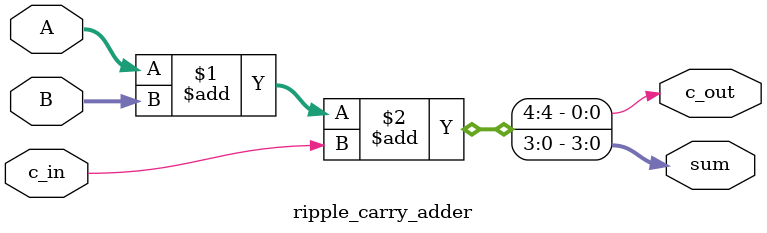
<source format=v>
module part1(SW, LEDR);
  input [17:0] SW;
  output [17:0] LEDR;
  
  assign LEDR = SW;
endmodule

module ripple_carry_adder(A, B, c_in, c_out, sum);
  input [3:0] A;
  input [3:0] B;
  input c_in;

  output c_out;
  output [3:0] sum;

  assign {c_out, sum} = A + B + c_in;
endmodule

</source>
